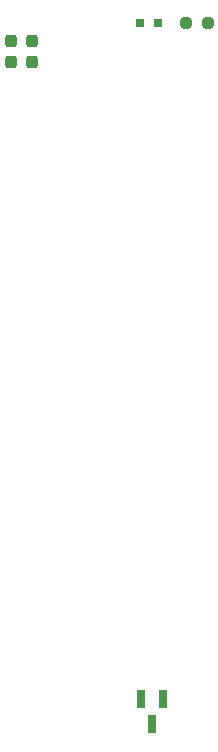
<source format=gbr>
G04 #@! TF.GenerationSoftware,KiCad,Pcbnew,7.0.11+dfsg-1build4*
G04 #@! TF.CreationDate,2024-11-02T00:41:33+09:00*
G04 #@! TF.ProjectId,bionic-z8691,62696f6e-6963-42d7-9a38-3639312e6b69,5*
G04 #@! TF.SameCoordinates,Original*
G04 #@! TF.FileFunction,Paste,Top*
G04 #@! TF.FilePolarity,Positive*
%FSLAX46Y46*%
G04 Gerber Fmt 4.6, Leading zero omitted, Abs format (unit mm)*
G04 Created by KiCad (PCBNEW 7.0.11+dfsg-1build4) date 2024-11-02 00:41:33*
%MOMM*%
%LPD*%
G01*
G04 APERTURE LIST*
G04 Aperture macros list*
%AMRoundRect*
0 Rectangle with rounded corners*
0 $1 Rounding radius*
0 $2 $3 $4 $5 $6 $7 $8 $9 X,Y pos of 4 corners*
0 Add a 4 corners polygon primitive as box body*
4,1,4,$2,$3,$4,$5,$6,$7,$8,$9,$2,$3,0*
0 Add four circle primitives for the rounded corners*
1,1,$1+$1,$2,$3*
1,1,$1+$1,$4,$5*
1,1,$1+$1,$6,$7*
1,1,$1+$1,$8,$9*
0 Add four rect primitives between the rounded corners*
20,1,$1+$1,$2,$3,$4,$5,0*
20,1,$1+$1,$4,$5,$6,$7,0*
20,1,$1+$1,$6,$7,$8,$9,0*
20,1,$1+$1,$8,$9,$2,$3,0*%
G04 Aperture macros list end*
%ADD10RoundRect,0.237500X0.237500X-0.300000X0.237500X0.300000X-0.237500X0.300000X-0.237500X-0.300000X0*%
%ADD11R,0.762000X0.711200*%
%ADD12R,0.660400X1.625600*%
%ADD13RoundRect,0.237500X-0.250000X-0.237500X0.250000X-0.237500X0.250000X0.237500X-0.250000X0.237500X0*%
G04 APERTURE END LIST*
D10*
X104810000Y-75027000D03*
X104810000Y-73302000D03*
X103032000Y-75027000D03*
X103032000Y-73302000D03*
D11*
X115478000Y-71778000D03*
X113928600Y-71778000D03*
D12*
X115920001Y-129005000D03*
X114019999Y-129005000D03*
X114970000Y-131137000D03*
D13*
X117867500Y-71778000D03*
X119692500Y-71778000D03*
M02*

</source>
